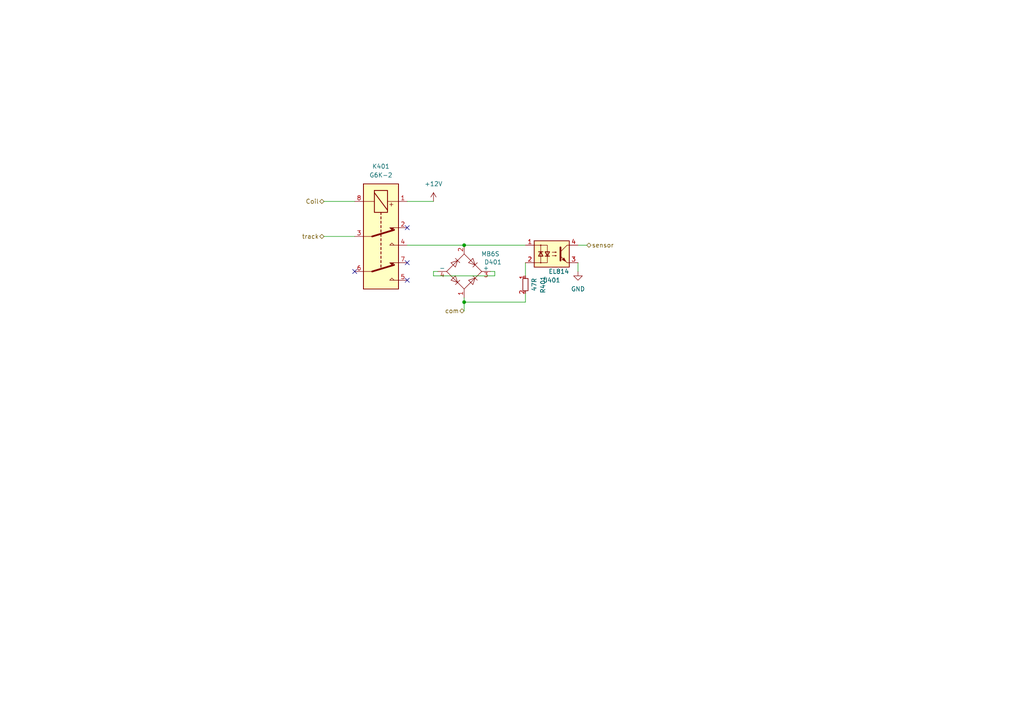
<source format=kicad_sch>
(kicad_sch (version 20230121) (generator eeschema)
  (paper "A4")
  (lib_symbols
    (symbol "Diode_Bridge:MB6S" (pin_names (offset 0))
      (property "Reference" "D" (at 2.54 6.985 0))
      (property "Value" "MB6S" (at 2.54 5.08 0))
      (symbol "MB6S_0_1"
        (polyline (pts (xy -2.54 3.81) (xy -1.27 2.54)))
        (polyline (pts (xy -1.27 -2.54) (xy -2.54 -3.81)))
        (polyline (pts (xy 2.54 -1.27) (xy 3.81 -2.54)))
        (polyline (pts (xy 2.54 1.27) (xy 3.81 2.54)))
        (polyline (pts (xy -3.81 2.54) (xy -2.54 1.27) (xy -1.905 3.175) (xy -3.81 2.54)))
        (polyline (pts (xy -2.54 -1.27) (xy -3.81 -2.54) (xy -1.905 -3.175) (xy -2.54 -1.27)))
        (polyline (pts (xy 1.27 2.54) (xy 2.54 3.81) (xy 3.175 1.905) (xy 1.27 2.54)))
        (polyline (pts (xy 3.175 -1.905) (xy 1.27 -2.54) (xy 2.54 -3.81) (xy 3.175 -1.905)))
        (polyline (pts (xy -5.08 0) (xy 0 -5.08) (xy 5.08 0) (xy 0 5.08) (xy -5.08 0)))
      )
      (symbol "MB6S_1_1"
        (pin passive line (at 0 -7.62 90) (length 2.54) (name "~") (number "1"))
        (pin passive line (at 0 7.62 270) (length 2.54) (name "~") (number "2"))
        (pin passive line (at 7.62 0 180) (length 2.54) (name "+") (number "3"))
        (pin passive line (at -7.62 0 0) (length 2.54) (name "-") (number "4"))
      )
    )
    (symbol "Isolator:EL814" (pin_names (offset 1.016))
      (property "Reference" "U" (at -5.334 4.826 0))
      (property "Value" "EL814" (at 0 5.08 0))
      (symbol "EL814_0_1"
        (rectangle (start -5.08 3.81) (end 5.08 -3.81) (stroke (width 0.254)) (fill (type background)))
        (circle (center -3.175 -2.54) (radius 0.127))
        (circle (center -3.175 2.54) (radius 0.127))
        (polyline (pts (xy -3.81 0.635) (xy -2.54 0.635)) (stroke (width 0.254)))
        (polyline (pts (xy -3.175 -0.635) (xy -3.175 -2.54)))
        (polyline (pts (xy -3.175 0.635) (xy -3.175 -0.635)))
        (polyline (pts (xy -3.175 0.635) (xy -3.175 2.54)))
        (polyline (pts (xy -1.905 -0.635) (xy -0.635 -0.635)) (stroke (width 0.254)))
        (polyline (pts (xy -1.27 0.635) (xy -1.27 -0.635)))
        (polyline (pts (xy 2.54 0.635) (xy 4.445 2.54)))
        (polyline (pts (xy 4.445 -2.54) (xy 2.54 -0.635)) (fill (type outline)))
        (polyline (pts (xy 4.445 -2.54) (xy 5.08 -2.54)))
        (polyline (pts (xy 4.445 2.54) (xy 5.08 2.54)))
        (polyline (pts (xy -5.08 2.54) (xy -1.27 2.54) (xy -1.27 0.635)))
        (polyline (pts (xy -1.27 -0.635) (xy -1.27 -2.54) (xy -5.08 -2.54)))
        (polyline (pts (xy 2.54 1.905) (xy 2.54 -1.905) (xy 2.54 -1.905)) (stroke (width 0.508)))
        (polyline (pts (xy -3.175 0.635) (xy -3.81 -0.635) (xy -2.54 -0.635) (xy -3.175 0.635)) (stroke (width 0.254)))
        (polyline (pts (xy -1.27 -0.635) (xy -1.905 0.635) (xy -0.635 0.635) (xy -1.27 -0.635)) (stroke (width 0.254)))
        (polyline (pts (xy 0.127 -0.508) (xy 1.397 -0.508) (xy 1.016 -0.635) (xy 1.016 -0.381) (xy 1.397 -0.508)))
        (polyline (pts (xy 0.127 0.508) (xy 1.397 0.508) (xy 1.016 0.381) (xy 1.016 0.635) (xy 1.397 0.508)))
        (polyline (pts (xy 3.048 -1.651) (xy 3.556 -1.143) (xy 4.064 -2.159) (xy 3.048 -1.651) (xy 3.048 -1.651)) (fill (type outline)))
      )
      (symbol "EL814_1_1"
        (pin passive line (at -7.62 2.54 0) (length 2.54) (name "~") (number "1"))
        (pin passive line (at -7.62 -2.54 0) (length 2.54) (name "~") (number "2"))
        (pin passive line (at 7.62 -2.54 180) (length 2.54) (name "~") (number "3"))
        (pin passive line (at 7.62 2.54 180) (length 2.54) (name "~") (number "4"))
      )
    )
    (symbol "Relay:G6K-2"
      (property "Reference" "K" (at 16.51 3.81 0))
      (property "Value" "G6K-2" (at 16.51 1.27 0))
      (symbol "G6K-2_0_0"
        (text "+" (at -9.271 2.921 0) (effects (font (size 1.27 1.27))))
      )
      (symbol "G6K-2_0_1"
        (rectangle (start -15.24 5.08) (end 15.24 -5.08) (stroke (width 0.254)) (fill (type background)))
        (rectangle (start -13.335 1.905) (end -6.985 -1.905) (stroke (width 0.254)))
        (polyline (pts (xy -12.7 -1.905) (xy -7.62 1.905)) (stroke (width 0.254)))
        (polyline (pts (xy -10.16 -5.08) (xy -10.16 -1.905)))
        (polyline (pts (xy -10.16 5.08) (xy -10.16 1.905)))
        (polyline (pts (xy -6.985 0) (xy -6.35 0)) (stroke (width 0.254)))
        (polyline (pts (xy -5.715 0) (xy -5.08 0)) (stroke (width 0.254)))
        (polyline (pts (xy -4.445 0) (xy -3.81 0)) (stroke (width 0.254)))
        (polyline (pts (xy -3.175 0) (xy -2.54 0)) (stroke (width 0.254)))
        (polyline (pts (xy -1.905 0) (xy -1.27 0)) (stroke (width 0.254)))
        (polyline (pts (xy -0.635 0) (xy 0 0)) (stroke (width 0.254)))
        (polyline (pts (xy 0 -2.54) (xy -1.905 3.81)) (stroke (width 0.508)))
        (polyline (pts (xy 0 -2.54) (xy 0 -5.08)))
        (polyline (pts (xy 0.635 0) (xy 1.27 0)) (stroke (width 0.254)))
        (polyline (pts (xy 1.905 0) (xy 2.54 0)) (stroke (width 0.254)))
        (polyline (pts (xy 3.175 0) (xy 3.81 0)) (stroke (width 0.254)))
        (polyline (pts (xy 4.445 0) (xy 5.08 0)) (stroke (width 0.254)))
        (polyline (pts (xy 5.715 0) (xy 6.35 0)) (stroke (width 0.254)))
        (polyline (pts (xy 6.985 0) (xy 7.62 0)) (stroke (width 0.254)))
        (polyline (pts (xy 8.255 0) (xy 8.89 0)) (stroke (width 0.254)))
        (polyline (pts (xy 10.16 -2.54) (xy 8.255 3.81)) (stroke (width 0.508)))
        (polyline (pts (xy 10.16 -2.54) (xy 10.16 -5.08)))
        (polyline (pts (xy -2.54 5.08) (xy -2.54 2.54) (xy -1.905 3.175) (xy -2.54 3.81)) (fill (type outline)))
        (polyline (pts (xy 2.54 5.08) (xy 2.54 2.54) (xy 1.905 3.175) (xy 2.54 3.81)))
        (polyline (pts (xy 7.62 5.08) (xy 7.62 2.54) (xy 8.255 3.175) (xy 7.62 3.81)) (fill (type outline)))
        (polyline (pts (xy 12.7 5.08) (xy 12.7 2.54) (xy 12.065 3.175) (xy 12.7 3.81)))
      )
      (symbol "G6K-2_1_1"
        (pin passive line (at -10.16 7.62 270) (length 2.54) (name "~") (number "1"))
        (pin passive line (at -2.54 7.62 270) (length 2.54) (name "~") (number "2"))
        (pin passive line (at 0 -7.62 90) (length 2.54) (name "~") (number "3"))
        (pin passive line (at 2.54 7.62 270) (length 2.54) (name "~") (number "4"))
        (pin passive line (at 12.7 7.62 270) (length 2.54) (name "~") (number "5"))
        (pin passive line (at 10.16 -7.62 90) (length 2.54) (name "~") (number "6"))
        (pin passive line (at 7.62 7.62 270) (length 2.54) (name "~") (number "7"))
        (pin passive line (at -10.16 -7.62 90) (length 2.54) (name "~") (number "8"))
      )
    )
    (symbol "power:+12V" (power) (pin_names (offset 0))
      (property "Value" "+12V" (at 0 3.556 0))
      (symbol "+12V_0_1"
        (polyline (pts (xy -0.762 1.27) (xy 0 2.54)))
        (polyline (pts (xy 0 0) (xy 0 2.54)))
        (polyline (pts (xy 0 2.54) (xy 0.762 1.27)))
      )
      (symbol "+12V_1_1"
        (pin power_in line (at 0 0 90) (length 0) hide (name "+12V") (number "1"))
      )
    )
    (symbol "power:GND" (power) (pin_names (offset 0))
      (property "Value" "GND" (at 0 -3.81 0))
      (symbol "GND_0_1"
        (polyline (pts (xy 0 0) (xy 0 -1.27) (xy 1.27 -1.27) (xy 0 -2.54) (xy -1.27 -1.27) (xy 0 -1.27)))
      )
      (symbol "GND_1_1"
        (pin power_in line (at 0 0 270) (length 0) hide (name "GND") (number "1"))
      )
    )
    (symbol "resistors_0603:R_47R_0603"
      (property "Reference" "R" (at 1.27 2.54 0))
      (property "Value" "47R" (at 2.54 -2.54 0))
      (symbol "R_47R_0603_0_1"
        (rectangle (start -0.762 1.778) (end 0.762 -1.778) (stroke (width 0.2032)))
      )
      (symbol "R_47R_0603_1_1"
        (pin passive line (at 0 2.54 270) (length 0.762) (name "~") (number "1"))
        (pin passive line (at 0 -2.54 90) (length 0.762) (name "~") (number "2"))
      )
    )
  )
  (junction (at 134.62 71.12))
  (junction (at 134.62 87.63))
  (no_connect (at 118.11 66.04))
  (no_connect (at 118.11 81.28))
  (no_connect (at 102.87 78.74))
  (no_connect (at 118.11 76.2))
  (wire (pts (xy 134.62 87.63) (xy 134.62 90.17)))
  (wire (pts (xy 134.62 86.36) (xy 134.62 87.63)))
  (wire (pts (xy 142.24 78.74) (xy 143.51 78.74)))
  (wire (pts (xy 127 78.74) (xy 125.73 78.74)))
  (wire (pts (xy 134.62 87.63) (xy 152.4 87.63)))
  (wire (pts (xy 167.64 76.2) (xy 167.64 78.74)))
  (wire (pts (xy 167.64 71.12) (xy 170.18 71.12)))
  (wire (pts (xy 143.51 80.01) (xy 125.73 80.01)))
  (wire (pts (xy 125.73 80.01) (xy 125.73 78.74)))
  (wire (pts (xy 118.11 71.12) (xy 134.62 71.12)))
  (wire (pts (xy 134.62 71.12) (xy 152.4 71.12)))
  (wire (pts (xy 118.11 58.42) (xy 125.73 58.42)))
  (wire (pts (xy 143.51 78.74) (xy 143.51 80.01)))
  (wire (pts (xy 93.98 58.42) (xy 102.87 58.42)))
  (wire (pts (xy 93.98 68.58) (xy 102.87 68.58)))
  (wire (pts (xy 152.4 85.09) (xy 152.4 87.63)))
  (wire (pts (xy 152.4 76.2) (xy 152.4 80.01)))
  (hierarchical_label "track" (shape bidirectional) (at 93.98 68.58 180))
  (hierarchical_label "com" (shape bidirectional) (at 134.62 90.17 180))
  (hierarchical_label "Coil" (shape bidirectional) (at 93.98 58.42 180))
  (hierarchical_label "sensor" (shape bidirectional) (at 170.18 71.12 0))
  (symbol (lib_id "Diode_Bridge:MB6S") (at 134.62 78.74 0) (unit 1)
    (property "Reference" "D401" (at 142.9846 76.0309 0))
    (property "Value" "MB6S" (at 142.24 73.66 0))
    (property "Footprint" "Package_TO_SOT_SMD:TO-269AA" (effects hide))
    (property "Datasheet" "http://www.vishay.com/docs/88573/dfs.pdf" (effects hide))
    (property "JLCPCB Part#" "C2488" (effects hide))
    (instances (project "relayManager" (path "" (reference "D401") (unit 1)) (path "" (reference "D501") (unit 1)) (path "" (reference "D601") (unit 1)) (path "" (reference "D701") (unit 1)) (path "" (reference "D801") (unit 1)) (path "" (reference "D901") (unit 1)) (path "" (reference "D1001") (unit 1)) (path "" (reference "D1101") (unit 1))) (project "general_schematics" (path "" (reference "D40") (unit 1))))
  )
  (symbol (lib_id "Isolator:EL814") (at 160.02 73.66 0) (unit 1)
    (property "Reference" "U401" (at 162.56 81.28 0) (effects (justify right)))
    (property "Value" "EL814" (at 165.1 78.74 0) (effects (justify right)))
    (property "Footprint" "Package_DIP:SMDIP-4_W9.53mm" (effects hide))
    (property "Datasheet" "http://www.everlight.com/file/ProductFile/EL814.pdf" (effects hide))
    (property "JLCPCB Part#" "C500388" (effects hide))
    (instances (project "relayManager" (path "" (reference "U401") (unit 1)) (path "" (reference "U501") (unit 1)) (path "" (reference "U601") (unit 1)) (path "" (reference "U701") (unit 1)) (path "" (reference "U801") (unit 1)) (path "" (reference "U901") (unit 1)) (path "" (reference "U1001") (unit 1)) (path "" (reference "U1101") (unit 1))))
  )
  (symbol (lib_id "resistors_0603:R_47R_0603") (at 152.4 82.55 0) (unit 1)
    (property "Reference" "R401" (at 157.48 82.55 90))
    (property "Value" "47R" (at 154.94 82.55 90))
    (property "Footprint" "custom_kicad_lib_sk:R_0603_smalltext" (effects hide))
    (property "JLCPCB Part#" "C23182" (effects hide))
    (instances (project "relayManager" (path "" (reference "R401") (unit 1)) (path "" (reference "R501") (unit 1)) (path "" (reference "R601") (unit 1)) (path "" (reference "R701") (unit 1)) (path "" (reference "R801") (unit 1)) (path "" (reference "R901") (unit 1)) (path "" (reference "R1001") (unit 1)) (path "" (reference "R1101") (unit 1))))
  )
  (symbol (lib_id "Relay:G6K-2") (at 110.49 68.58 270) (unit 1)
    (property "Reference" "K401" (at 110.49 48.26 90))
    (property "Value" "G6K-2" (at 110.49 50.8 90))
    (property "Footprint" "Relay_SMD:Relay_DPDT_Omron_G6K-2F-Y" (effects hide))
    (property "Datasheet" "http://omronfs.omron.com/en_US/ecb/products/pdf/en-g6k.pdf" (effects hide))
    (property "JLCPCB Part#" "C397192" (effects hide))
    (instances (project "relayManager" (path "" (reference "K401") (unit 1)) (path "" (reference "K501") (unit 1)) (path "" (reference "K601") (unit 1)) (path "" (reference "K701") (unit 1)) (path "" (reference "K801") (unit 1)) (path "" (reference "K901") (unit 1)) (path "" (reference "K1001") (unit 1)) (path "" (reference "K1101") (unit 1))))
  )
  (symbol (lib_id "power:GND") (at 167.64 78.74 0) (unit 1)
    (property "Reference" "#PWR0402" (effects hide))
    (property "Value" "GND" (at 167.64 83.82 0))
    (instances (project "relayManager" (path "" (reference "#PWR0402") (unit 1)) (path "" (reference "#PWR0502") (unit 1)) (path "" (reference "#PWR0602") (unit 1)) (path "" (reference "#PWR0702") (unit 1)) (path "" (reference "#PWR0802") (unit 1)) (path "" (reference "#PWR0902") (unit 1)) (path "" (reference "#PWR01002") (unit 1)) (path "" (reference "#PWR01102") (unit 1))))
  )
  (symbol (lib_id "power:+12V") (at 125.73 58.42 0) (unit 1)
    (property "Reference" "#PWR0401" (effects hide))
    (property "Value" "+12V" (at 125.73 53.34 0))
    (instances (project "relayManager" (path "" (reference "#PWR0401") (unit 1)) (path "" (reference "#PWR0501") (unit 1)) (path "" (reference "#PWR0601") (unit 1)) (path "" (reference "#PWR0701") (unit 1)) (path "" (reference "#PWR0801") (unit 1)) (path "" (reference "#PWR0901") (unit 1)) (path "" (reference "#PWR01001") (unit 1)) (path "" (reference "#PWR01101") (unit 1))))
  )
)
</source>
